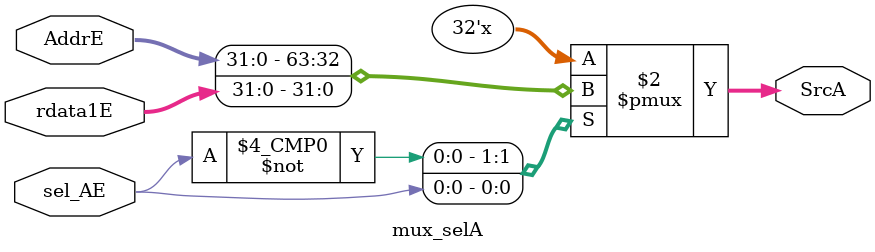
<source format=sv>
module mux_selA (
    input logic         sel_AE, //from controller
    input logic  [31:0] rdata1E,AddrE,
    output logic [31:0] SrcA
);
always_comb begin 
    case (sel_AE)
       1'b0 : SrcA = AddrE;
       1'b1 : SrcA = rdata1E;
    endcase  
end
endmodule


</source>
